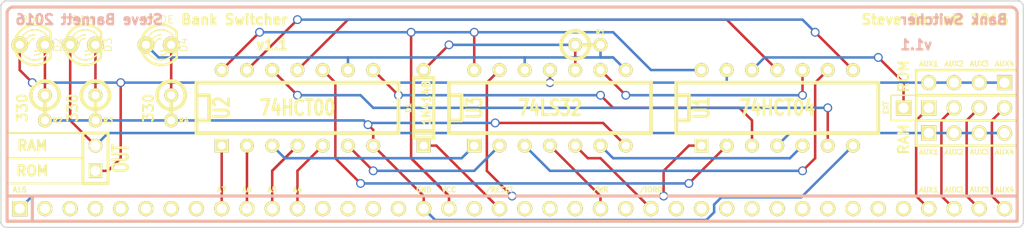
<source format=kicad_pcb>
(kicad_pcb (version 20171130) (host pcbnew "(5.1.12)-1")

  (general
    (thickness 1.6)
    (drawings 54)
    (tracks 179)
    (zones 0)
    (modules 17)
    (nets 33)
  )

  (page A3)
  (layers
    (0 F.Cu signal)
    (31 B.Cu signal)
    (32 B.Adhes user)
    (33 F.Adhes user hide)
    (34 B.Paste user)
    (35 F.Paste user)
    (36 B.SilkS user)
    (37 F.SilkS user)
    (38 B.Mask user)
    (39 F.Mask user)
    (40 Dwgs.User user)
    (41 Cmts.User user)
    (42 Eco1.User user)
    (43 Eco2.User user)
    (44 Edge.Cuts user)
  )

  (setup
    (last_trace_width 0.254)
    (trace_clearance 0.254)
    (zone_clearance 0.508)
    (zone_45_only no)
    (trace_min 0.254)
    (via_size 0.889)
    (via_drill 0.635)
    (via_min_size 0.889)
    (via_min_drill 0.508)
    (uvia_size 0.508)
    (uvia_drill 0.127)
    (uvias_allowed no)
    (uvia_min_size 0.508)
    (uvia_min_drill 0.127)
    (edge_width 0.15)
    (segment_width 0.3048)
    (pcb_text_width 0.3)
    (pcb_text_size 1 1)
    (mod_edge_width 0.3048)
    (mod_text_size 1 1)
    (mod_text_width 0.15)
    (pad_size 1.397 1.397)
    (pad_drill 1.016)
    (pad_to_mask_clearance 0)
    (aux_axis_origin 113.03 82.55)
    (visible_elements 7FFFFFFF)
    (pcbplotparams
      (layerselection 0x00030_ffffffff)
      (usegerberextensions true)
      (usegerberattributes true)
      (usegerberadvancedattributes true)
      (creategerberjobfile true)
      (excludeedgelayer true)
      (linewidth 0.150000)
      (plotframeref false)
      (viasonmask false)
      (mode 1)
      (useauxorigin true)
      (hpglpennumber 1)
      (hpglpenspeed 20)
      (hpglpendiameter 15.000000)
      (psnegative false)
      (psa4output false)
      (plotreference true)
      (plotvalue true)
      (plotinvisibletext false)
      (padsonsilk false)
      (subtractmaskfromsilk false)
      (outputformat 1)
      (mirror false)
      (drillshape 0)
      (scaleselection 1)
      (outputdirectory "v1_0/"))
  )

  (net 0 "")
  (net 1 //IORQ)
  (net 2 //WR)
  (net 3 /A15)
  (net 4 /A4)
  (net 5 /A5)
  (net 6 /A6)
  (net 7 /A7)
  (net 8 /AUX1)
  (net 9 /AUX2)
  (net 10 /AUX3)
  (net 11 /AUX4)
  (net 12 /RAM_A15)
  (net 13 /RESET)
  (net 14 /ROM_A15)
  (net 15 /mode)
  (net 16 GND)
  (net 17 N-0000024)
  (net 18 N-0000025)
  (net 19 N-0000029)
  (net 20 N-0000034)
  (net 21 N-0000035)
  (net 22 N-0000037)
  (net 23 N-0000038)
  (net 24 N-0000039)
  (net 25 N-0000040)
  (net 26 N-0000049)
  (net 27 N-0000054)
  (net 28 N-0000055)
  (net 29 N-0000056)
  (net 30 N-0000057)
  (net 31 N-0000058)
  (net 32 VCC)

  (net_class Default "This is the default net class."
    (clearance 0.254)
    (trace_width 0.254)
    (via_dia 0.889)
    (via_drill 0.635)
    (uvia_dia 0.508)
    (uvia_drill 0.127)
    (add_net //IORQ)
    (add_net //WR)
    (add_net /A15)
    (add_net /A4)
    (add_net /A5)
    (add_net /A6)
    (add_net /A7)
    (add_net /AUX1)
    (add_net /AUX2)
    (add_net /AUX3)
    (add_net /AUX4)
    (add_net /RAM_A15)
    (add_net /RESET)
    (add_net /ROM_A15)
    (add_net /mode)
    (add_net GND)
    (add_net N-0000024)
    (add_net N-0000025)
    (add_net N-0000029)
    (add_net N-0000034)
    (add_net N-0000035)
    (add_net N-0000037)
    (add_net N-0000038)
    (add_net N-0000039)
    (add_net N-0000040)
    (add_net N-0000049)
    (add_net N-0000054)
    (add_net N-0000055)
    (add_net N-0000056)
    (add_net N-0000057)
    (add_net N-0000058)
    (add_net VCC)
  )

  (module SIL-40 (layer F.Cu) (tedit 575EC8C5) (tstamp 575F0AEF)
    (at 137.16 104.14)
    (descr "Connecteur 40 pins")
    (tags "CONN DEV")
    (path /575E8E08)
    (fp_text reference P1 (at 81.28 0 90) (layer F.SilkS) hide
      (effects (font (size 1.72974 1.08712) (thickness 0.27178)))
    )
    (fp_text value BUS (at -25.4 0 90) (layer F.SilkS) hide
      (effects (font (size 1.524 1.016) (thickness 0.254)))
    )
    (fp_line (start -20.32 -1.27) (end -20.32 1.27) (layer F.SilkS) (width 0.3048))
    (fp_line (start -22.86 1.27) (end -22.86 -1.27) (layer F.SilkS) (width 0.3048))
    (fp_line (start 78.74 1.27) (end -22.86 1.27) (layer F.SilkS) (width 0.3048))
    (fp_line (start 78.74 -1.27) (end 78.74 1.27) (layer F.SilkS) (width 0.3048))
    (fp_line (start -22.86 -1.27) (end 78.74 -1.27) (layer F.SilkS) (width 0.3048))
    (pad 1 thru_hole rect (at -21.59 0) (size 1.524 1.524) (drill 1.016) (layers *.Cu *.Mask F.SilkS)
      (net 3 /A15))
    (pad 2 thru_hole circle (at -19.05 0) (size 1.524 1.524) (drill 1.016) (layers *.Cu *.Mask F.SilkS))
    (pad 3 thru_hole circle (at -16.51 0) (size 1.524 1.524) (drill 1.016) (layers *.Cu *.Mask F.SilkS))
    (pad 4 thru_hole circle (at -13.97 0) (size 1.524 1.524) (drill 1.016) (layers *.Cu *.Mask F.SilkS))
    (pad 5 thru_hole circle (at -11.43 0) (size 1.524 1.524) (drill 1.016) (layers *.Cu *.Mask F.SilkS))
    (pad 6 thru_hole circle (at -8.89 0) (size 1.524 1.524) (drill 1.016) (layers *.Cu *.Mask F.SilkS))
    (pad 7 thru_hole circle (at -6.35 0) (size 1.524 1.524) (drill 1.016) (layers *.Cu *.Mask F.SilkS))
    (pad 8 thru_hole circle (at -3.81 0) (size 1.524 1.524) (drill 1.016) (layers *.Cu *.Mask F.SilkS))
    (pad 9 thru_hole circle (at -1.27 0) (size 1.524 1.524) (drill 1.016) (layers *.Cu *.Mask F.SilkS)
      (net 7 /A7))
    (pad 10 thru_hole circle (at 1.27 0) (size 1.524 1.524) (drill 1.016) (layers *.Cu *.Mask F.SilkS)
      (net 6 /A6))
    (pad 11 thru_hole circle (at 3.81 0) (size 1.524 1.524) (drill 1.016) (layers *.Cu *.Mask F.SilkS)
      (net 5 /A5))
    (pad 12 thru_hole circle (at 6.35 0) (size 1.524 1.524) (drill 1.016) (layers *.Cu *.Mask F.SilkS)
      (net 4 /A4))
    (pad 13 thru_hole circle (at 8.89 0) (size 1.524 1.524) (drill 1.016) (layers *.Cu *.Mask F.SilkS))
    (pad 14 thru_hole circle (at 11.43 0) (size 1.524 1.524) (drill 1.016) (layers *.Cu *.Mask F.SilkS))
    (pad 15 thru_hole circle (at 13.97 0) (size 1.524 1.524) (drill 1.016) (layers *.Cu *.Mask F.SilkS))
    (pad 16 thru_hole circle (at 16.51 0) (size 1.524 1.524) (drill 1.016) (layers *.Cu *.Mask F.SilkS))
    (pad 17 thru_hole circle (at 19.05 0) (size 1.524 1.524) (drill 1.016) (layers *.Cu *.Mask F.SilkS)
      (net 16 GND))
    (pad 18 thru_hole circle (at 21.59 0) (size 1.524 1.524) (drill 1.016) (layers *.Cu *.Mask F.SilkS)
      (net 32 VCC))
    (pad 19 thru_hole circle (at 24.13 0) (size 1.524 1.524) (drill 1.016) (layers *.Cu *.Mask F.SilkS))
    (pad 20 thru_hole circle (at 26.67 0) (size 1.524 1.524) (drill 1.016) (layers *.Cu *.Mask F.SilkS)
      (net 13 /RESET))
    (pad 21 thru_hole circle (at 29.21 0) (size 1.524 1.524) (drill 1.016) (layers *.Cu *.Mask F.SilkS))
    (pad 22 thru_hole circle (at 31.75 0) (size 1.524 1.524) (drill 1.016) (layers *.Cu *.Mask F.SilkS))
    (pad 23 thru_hole circle (at 34.29 0) (size 1.524 1.524) (drill 1.016) (layers *.Cu *.Mask F.SilkS))
    (pad 25 thru_hole circle (at 39.37 0) (size 1.524 1.524) (drill 1.016) (layers *.Cu *.Mask F.SilkS))
    (pad 26 thru_hole circle (at 41.91 0) (size 1.524 1.524) (drill 1.016) (layers *.Cu *.Mask F.SilkS)
      (net 1 //IORQ))
    (pad 27 thru_hole circle (at 44.45 0) (size 1.524 1.524) (drill 1.016) (layers *.Cu *.Mask F.SilkS))
    (pad 28 thru_hole circle (at 46.99 0) (size 1.524 1.524) (drill 1.016) (layers *.Cu *.Mask F.SilkS))
    (pad 29 thru_hole circle (at 49.53 0) (size 1.524 1.524) (drill 1.016) (layers *.Cu *.Mask F.SilkS))
    (pad 30 thru_hole circle (at 52.07 0) (size 1.524 1.524) (drill 1.016) (layers *.Cu *.Mask F.SilkS))
    (pad 31 thru_hole circle (at 54.61 0) (size 1.524 1.524) (drill 1.016) (layers *.Cu *.Mask F.SilkS))
    (pad 32 thru_hole circle (at 57.15 0) (size 1.524 1.524) (drill 1.016) (layers *.Cu *.Mask F.SilkS))
    (pad 33 thru_hole circle (at 59.69 0) (size 1.524 1.524) (drill 1.016) (layers *.Cu *.Mask F.SilkS))
    (pad 34 thru_hole circle (at 62.23 0) (size 1.524 1.524) (drill 1.016) (layers *.Cu *.Mask F.SilkS))
    (pad 35 thru_hole circle (at 64.77 0) (size 1.524 1.524) (drill 1.016) (layers *.Cu *.Mask F.SilkS))
    (pad 36 thru_hole circle (at 67.31 0) (size 1.524 1.524) (drill 1.016) (layers *.Cu *.Mask F.SilkS))
    (pad 37 thru_hole circle (at 69.85 0) (size 1.524 1.524) (drill 1.016) (layers *.Cu *.Mask F.SilkS)
      (net 8 /AUX1))
    (pad 38 thru_hole circle (at 72.39 0) (size 1.524 1.524) (drill 1.016) (layers *.Cu *.Mask F.SilkS)
      (net 9 /AUX2))
    (pad 39 thru_hole circle (at 74.93 0) (size 1.524 1.524) (drill 1.016) (layers *.Cu *.Mask F.SilkS)
      (net 10 /AUX3))
    (pad 40 thru_hole circle (at 77.47 0) (size 1.524 1.524) (drill 1.016) (layers *.Cu *.Mask F.SilkS)
      (net 11 /AUX4))
    (pad 24 thru_hole circle (at 36.83 0) (size 1.524 1.524) (drill 1.016) (layers *.Cu *.Mask F.SilkS)
      (net 2 //WR))
  )

  (module SIL-2 (layer F.Cu) (tedit 57743989) (tstamp 575E92EC)
    (at 123.19 99.06 90)
    (descr "Connecteurs 2 pins")
    (tags "CONN DEV")
    (path /575E8DC7)
    (fp_text reference P3 (at 0 5.08 90) (layer F.SilkS) hide
      (effects (font (size 1.72974 1.08712) (thickness 0.27178)))
    )
    (fp_text value OUT (at 0 2.54 90) (layer F.SilkS)
      (effects (font (size 1.524 1.016) (thickness 0.254)))
    )
    (fp_line (start 2.54 1.27) (end -2.54 1.27) (layer F.SilkS) (width 0.3048))
    (fp_line (start 2.54 -1.27) (end 2.54 1.27) (layer F.SilkS) (width 0.3048))
    (fp_line (start -2.54 -1.27) (end 2.54 -1.27) (layer F.SilkS) (width 0.3048))
    (fp_line (start -2.54 1.27) (end -2.54 -1.27) (layer F.SilkS) (width 0.3048))
    (pad 1 thru_hole rect (at -1.27 0 90) (size 1.397 1.397) (drill 1.016) (layers *.Cu *.Mask F.SilkS)
      (net 14 /ROM_A15))
    (pad 2 thru_hole circle (at 1.27 0 90) (size 1.397 1.397) (drill 1.016) (layers *.Cu *.Mask F.SilkS)
      (net 12 /RAM_A15))
  )

  (module DIP-14__300 (layer F.Cu) (tedit 575EA7CD) (tstamp 575E935E)
    (at 191.77 93.98)
    (descr "14 pins DIL package, round pads")
    (tags DIL)
    (path /575E8C5F)
    (fp_text reference U1 (at -7.62 0 90) (layer F.SilkS)
      (effects (font (size 1.524 1.143) (thickness 0.3048)))
    )
    (fp_text value 74HCT04 (at 0 0) (layer F.SilkS)
      (effects (font (size 1.524 1.143) (thickness 0.3048)))
    )
    (fp_line (start 10.16 -2.54) (end 10.16 2.54) (layer F.SilkS) (width 0.381))
    (fp_line (start -8.89 1.27) (end -10.16 1.27) (layer F.SilkS) (width 0.381))
    (fp_line (start -8.89 -1.27) (end -8.89 1.27) (layer F.SilkS) (width 0.381))
    (fp_line (start -10.16 -1.27) (end -8.89 -1.27) (layer F.SilkS) (width 0.381))
    (fp_line (start -10.16 2.54) (end -10.16 -2.54) (layer F.SilkS) (width 0.381))
    (fp_line (start 10.16 2.54) (end -10.16 2.54) (layer F.SilkS) (width 0.381))
    (fp_line (start -10.16 -2.54) (end 10.16 -2.54) (layer F.SilkS) (width 0.381))
    (pad 1 thru_hole rect (at -7.62 3.81) (size 1.397 1.397) (drill 0.812799) (layers *.Cu *.Mask F.SilkS)
      (net 3 /A15))
    (pad 2 thru_hole circle (at -5.08 3.81) (size 1.397 1.397) (drill 0.812799) (layers *.Cu *.Mask F.SilkS)
      (net 27 N-0000054))
    (pad 3 thru_hole circle (at -2.54 3.81) (size 1.397 1.397) (drill 0.812799) (layers *.Cu *.Mask F.SilkS)
      (net 26 N-0000049))
    (pad 4 thru_hole circle (at 0 3.81) (size 1.397 1.397) (drill 0.812799) (layers *.Cu *.Mask F.SilkS)
      (net 12 /RAM_A15))
    (pad 5 thru_hole circle (at 2.54 3.81) (size 1.397 1.397) (drill 0.812799) (layers *.Cu *.Mask F.SilkS)
      (net 28 N-0000055))
    (pad 6 thru_hole circle (at 5.08 3.81) (size 1.397 1.397) (drill 0.812799) (layers *.Cu *.Mask F.SilkS)
      (net 20 N-0000034))
    (pad 7 thru_hole circle (at 7.62 3.81) (size 1.397 1.397) (drill 0.812799) (layers *.Cu *.Mask F.SilkS)
      (net 16 GND))
    (pad 8 thru_hole circle (at 7.62 -3.81) (size 1.397 1.397) (drill 0.812799) (layers *.Cu *.Mask F.SilkS)
      (net 19 N-0000029))
    (pad 9 thru_hole circle (at 5.08 -3.81) (size 1.397 1.397) (drill 0.812799) (layers *.Cu *.Mask F.SilkS)
      (net 30 N-0000057))
    (pad 10 thru_hole circle (at 2.54 -3.81) (size 1.397 1.397) (drill 0.812799) (layers *.Cu *.Mask F.SilkS)
      (net 17 N-0000024))
    (pad 11 thru_hole circle (at 0 -3.81) (size 1.397 1.397) (drill 0.812799) (layers *.Cu *.Mask F.SilkS)
      (net 18 N-0000025))
    (pad 12 thru_hole circle (at -2.54 -3.81) (size 1.397 1.397) (drill 0.812799) (layers *.Cu *.Mask F.SilkS)
      (net 25 N-0000040))
    (pad 13 thru_hole circle (at -5.08 -3.81) (size 1.397 1.397) (drill 0.812799) (layers *.Cu *.Mask F.SilkS)
      (net 14 /ROM_A15))
    (pad 14 thru_hole circle (at -7.62 -3.81) (size 1.397 1.397) (drill 0.812799) (layers *.Cu *.Mask F.SilkS)
      (net 32 VCC))
    (model dil/dil_14.wrl
      (at (xyz 0 0 0))
      (scale (xyz 1 1 1))
      (rotate (xyz 0 0 0))
    )
  )

  (module DIP-14__300 (layer F.Cu) (tedit 575EA7C9) (tstamp 0)
    (at 168.91 93.98)
    (descr "14 pins DIL package, round pads")
    (tags DIL)
    (path /5754A149)
    (fp_text reference U3 (at -7.62 0 90) (layer F.SilkS)
      (effects (font (size 1.524 1.143) (thickness 0.3048)))
    )
    (fp_text value 74LS32 (at 0 0) (layer F.SilkS)
      (effects (font (size 1.524 1.143) (thickness 0.28575)))
    )
    (fp_line (start 10.16 -2.54) (end 10.16 2.54) (layer F.SilkS) (width 0.381))
    (fp_line (start -8.89 1.27) (end -10.16 1.27) (layer F.SilkS) (width 0.381))
    (fp_line (start -8.89 -1.27) (end -8.89 1.27) (layer F.SilkS) (width 0.381))
    (fp_line (start -10.16 -1.27) (end -8.89 -1.27) (layer F.SilkS) (width 0.381))
    (fp_line (start -10.16 2.54) (end -10.16 -2.54) (layer F.SilkS) (width 0.381))
    (fp_line (start 10.16 2.54) (end -10.16 2.54) (layer F.SilkS) (width 0.381))
    (fp_line (start -10.16 -2.54) (end 10.16 -2.54) (layer F.SilkS) (width 0.381))
    (pad 1 thru_hole rect (at -7.62 3.81) (size 1.397 1.397) (drill 0.812799) (layers *.Cu *.Mask F.SilkS)
      (net 29 N-0000056))
    (pad 2 thru_hole circle (at -5.08 3.81) (size 1.397 1.397) (drill 0.812799) (layers *.Cu *.Mask F.SilkS)
      (net 31 N-0000058))
    (pad 3 thru_hole circle (at -2.54 3.81) (size 1.397 1.397) (drill 0.812799) (layers *.Cu *.Mask F.SilkS)
      (net 30 N-0000057))
    (pad 4 thru_hole circle (at 0 3.81) (size 1.397 1.397) (drill 0.812799) (layers *.Cu *.Mask F.SilkS)
      (net 2 //WR))
    (pad 5 thru_hole circle (at 2.54 3.81) (size 1.397 1.397) (drill 0.812799) (layers *.Cu *.Mask F.SilkS)
      (net 1 //IORQ))
    (pad 6 thru_hole circle (at 5.08 3.81) (size 1.397 1.397) (drill 0.812799) (layers *.Cu *.Mask F.SilkS)
      (net 28 N-0000055))
    (pad 7 thru_hole circle (at 7.62 3.81) (size 1.397 1.397) (drill 0.812799) (layers *.Cu *.Mask F.SilkS)
      (net 16 GND))
    (pad 8 thru_hole circle (at 7.62 -3.81) (size 1.397 1.397) (drill 0.812799) (layers *.Cu *.Mask F.SilkS)
      (net 15 /mode))
    (pad 9 thru_hole circle (at 5.08 -3.81) (size 1.397 1.397) (drill 0.812799) (layers *.Cu *.Mask F.SilkS)
      (net 17 N-0000024))
    (pad 10 thru_hole circle (at 2.54 -3.81) (size 1.397 1.397) (drill 0.812799) (layers *.Cu *.Mask F.SilkS)
      (net 21 N-0000035))
    (pad 11 thru_hole circle (at 0 -3.81) (size 1.397 1.397) (drill 0.812799) (layers *.Cu *.Mask F.SilkS)
      (net 14 /ROM_A15))
    (pad 12 thru_hole circle (at -2.54 -3.81) (size 1.397 1.397) (drill 0.812799) (layers *.Cu *.Mask F.SilkS)
      (net 15 /mode))
    (pad 13 thru_hole circle (at -5.08 -3.81) (size 1.397 1.397) (drill 0.812799) (layers *.Cu *.Mask F.SilkS)
      (net 3 /A15))
    (pad 14 thru_hole circle (at -7.62 -3.81) (size 1.397 1.397) (drill 0.812799) (layers *.Cu *.Mask F.SilkS)
      (net 32 VCC))
    (model dil/dil_14.wrl
      (at (xyz 0 0 0))
      (scale (xyz 1 1 1))
      (rotate (xyz 0 0 0))
    )
  )

  (module LED-3MM (layer F.Cu) (tedit 575EB4A9) (tstamp 575EF3D3)
    (at 116.84 87.63)
    (descr "LED 3mm - Lead pitch 100mil (2,54mm)")
    (tags "LED led 3mm 3MM 100mil 2,54mm")
    (path /575ECED4)
    (fp_text reference D2 (at 2.54 0 90) (layer F.SilkS)
      (effects (font (size 0.762 0.762) (thickness 0.0889)))
    )
    (fp_text value ROM (at 0 -2.54) (layer F.SilkS)
      (effects (font (size 0.762 0.762) (thickness 0.0889)))
    )
    (fp_line (start 1.8288 1.27) (end 1.8288 -1.27) (layer F.SilkS) (width 0.254))
    (fp_arc (start 0.254 0) (end -1.27 0) (angle 39.8) (layer F.SilkS) (width 0.1524))
    (fp_arc (start 0.254 0) (end -0.88392 1.01092) (angle 41.6) (layer F.SilkS) (width 0.1524))
    (fp_arc (start 0.254 0) (end 1.4097 -0.9906) (angle 40.6) (layer F.SilkS) (width 0.1524))
    (fp_arc (start 0.254 0) (end 1.778 0) (angle 39.8) (layer F.SilkS) (width 0.1524))
    (fp_arc (start 0.254 0) (end 0.254 -1.524) (angle 54.4) (layer F.SilkS) (width 0.1524))
    (fp_arc (start 0.254 0) (end -0.9652 -0.9144) (angle 53.1) (layer F.SilkS) (width 0.1524))
    (fp_arc (start 0.254 0) (end 1.45542 0.93472) (angle 52.1) (layer F.SilkS) (width 0.1524))
    (fp_arc (start 0.254 0) (end 0.254 1.524) (angle 52.1) (layer F.SilkS) (width 0.1524))
    (fp_arc (start 0.254 0) (end -0.381 0) (angle 90) (layer F.SilkS) (width 0.1524))
    (fp_arc (start 0.254 0) (end -0.762 0) (angle 90) (layer F.SilkS) (width 0.1524))
    (fp_arc (start 0.254 0) (end 0.889 0) (angle 90) (layer F.SilkS) (width 0.1524))
    (fp_arc (start 0.254 0) (end 1.27 0) (angle 90) (layer F.SilkS) (width 0.1524))
    (fp_arc (start 0.254 0) (end 0.254 -2.032) (angle 50.1) (layer F.SilkS) (width 0.254))
    (fp_arc (start 0.254 0) (end -1.5367 -0.95504) (angle 61.9) (layer F.SilkS) (width 0.254))
    (fp_arc (start 0.254 0) (end 1.8034 1.31064) (angle 49.7) (layer F.SilkS) (width 0.254))
    (fp_arc (start 0.254 0) (end 0.254 2.032) (angle 60.2) (layer F.SilkS) (width 0.254))
    (fp_arc (start 0.254 0) (end -1.778 0) (angle 28.3) (layer F.SilkS) (width 0.254))
    (fp_arc (start 0.254 0) (end -1.47574 1.06426) (angle 31.6) (layer F.SilkS) (width 0.254))
    (pad 1 thru_hole circle (at -1.27 0) (size 1.6764 1.6764) (drill 0.812799) (layers *.Cu *.Mask F.SilkS)
      (net 14 /ROM_A15))
    (pad 2 thru_hole circle (at 1.27 0) (size 1.6764 1.6764) (drill 0.812799) (layers *.Cu *.Mask F.SilkS)
      (net 22 N-0000037))
    (model discret/leds/led3_vertical_verde.wrl
      (at (xyz 0 0 0))
      (scale (xyz 1 1 1))
      (rotate (xyz 0 0 0))
    )
  )

  (module LED-3MM (layer F.Cu) (tedit 575EB4A7) (tstamp 575EF3EC)
    (at 121.92 87.63)
    (descr "LED 3mm - Lead pitch 100mil (2,54mm)")
    (tags "LED led 3mm 3MM 100mil 2,54mm")
    (path /575ECEE1)
    (fp_text reference D3 (at 2.54 0 90) (layer F.SilkS)
      (effects (font (size 0.762 0.762) (thickness 0.0889)))
    )
    (fp_text value RAM (at 0 -2.54) (layer F.SilkS)
      (effects (font (size 0.762 0.762) (thickness 0.0889)))
    )
    (fp_line (start 1.8288 1.27) (end 1.8288 -1.27) (layer F.SilkS) (width 0.254))
    (fp_arc (start 0.254 0) (end -1.27 0) (angle 39.8) (layer F.SilkS) (width 0.1524))
    (fp_arc (start 0.254 0) (end -0.88392 1.01092) (angle 41.6) (layer F.SilkS) (width 0.1524))
    (fp_arc (start 0.254 0) (end 1.4097 -0.9906) (angle 40.6) (layer F.SilkS) (width 0.1524))
    (fp_arc (start 0.254 0) (end 1.778 0) (angle 39.8) (layer F.SilkS) (width 0.1524))
    (fp_arc (start 0.254 0) (end 0.254 -1.524) (angle 54.4) (layer F.SilkS) (width 0.1524))
    (fp_arc (start 0.254 0) (end -0.9652 -0.9144) (angle 53.1) (layer F.SilkS) (width 0.1524))
    (fp_arc (start 0.254 0) (end 1.45542 0.93472) (angle 52.1) (layer F.SilkS) (width 0.1524))
    (fp_arc (start 0.254 0) (end 0.254 1.524) (angle 52.1) (layer F.SilkS) (width 0.1524))
    (fp_arc (start 0.254 0) (end -0.381 0) (angle 90) (layer F.SilkS) (width 0.1524))
    (fp_arc (start 0.254 0) (end -0.762 0) (angle 90) (layer F.SilkS) (width 0.1524))
    (fp_arc (start 0.254 0) (end 0.889 0) (angle 90) (layer F.SilkS) (width 0.1524))
    (fp_arc (start 0.254 0) (end 1.27 0) (angle 90) (layer F.SilkS) (width 0.1524))
    (fp_arc (start 0.254 0) (end 0.254 -2.032) (angle 50.1) (layer F.SilkS) (width 0.254))
    (fp_arc (start 0.254 0) (end -1.5367 -0.95504) (angle 61.9) (layer F.SilkS) (width 0.254))
    (fp_arc (start 0.254 0) (end 1.8034 1.31064) (angle 49.7) (layer F.SilkS) (width 0.254))
    (fp_arc (start 0.254 0) (end 0.254 2.032) (angle 60.2) (layer F.SilkS) (width 0.254))
    (fp_arc (start 0.254 0) (end -1.778 0) (angle 28.3) (layer F.SilkS) (width 0.254))
    (fp_arc (start 0.254 0) (end -1.47574 1.06426) (angle 31.6) (layer F.SilkS) (width 0.254))
    (pad 1 thru_hole circle (at -1.27 0) (size 1.6764 1.6764) (drill 0.812799) (layers *.Cu *.Mask F.SilkS)
      (net 12 /RAM_A15))
    (pad 2 thru_hole circle (at 1.27 0) (size 1.6764 1.6764) (drill 0.812799) (layers *.Cu *.Mask F.SilkS)
      (net 24 N-0000039))
    (model discret/leds/led3_vertical_verde.wrl
      (at (xyz 0 0 0))
      (scale (xyz 1 1 1))
      (rotate (xyz 0 0 0))
    )
  )

  (module LED-3MM (layer F.Cu) (tedit 575EB4AB) (tstamp 575EF405)
    (at 129.54 87.63)
    (descr "LED 3mm - Lead pitch 100mil (2,54mm)")
    (tags "LED led 3mm 3MM 100mil 2,54mm")
    (path /575ECEE7)
    (fp_text reference D4 (at 2.54 0 90) (layer F.SilkS)
      (effects (font (size 0.762 0.762) (thickness 0.0889)))
    )
    (fp_text value MODE (at 0 -2.54) (layer F.SilkS)
      (effects (font (size 0.762 0.762) (thickness 0.0889)))
    )
    (fp_line (start 1.8288 1.27) (end 1.8288 -1.27) (layer F.SilkS) (width 0.254))
    (fp_arc (start 0.254 0) (end -1.27 0) (angle 39.8) (layer F.SilkS) (width 0.1524))
    (fp_arc (start 0.254 0) (end -0.88392 1.01092) (angle 41.6) (layer F.SilkS) (width 0.1524))
    (fp_arc (start 0.254 0) (end 1.4097 -0.9906) (angle 40.6) (layer F.SilkS) (width 0.1524))
    (fp_arc (start 0.254 0) (end 1.778 0) (angle 39.8) (layer F.SilkS) (width 0.1524))
    (fp_arc (start 0.254 0) (end 0.254 -1.524) (angle 54.4) (layer F.SilkS) (width 0.1524))
    (fp_arc (start 0.254 0) (end -0.9652 -0.9144) (angle 53.1) (layer F.SilkS) (width 0.1524))
    (fp_arc (start 0.254 0) (end 1.45542 0.93472) (angle 52.1) (layer F.SilkS) (width 0.1524))
    (fp_arc (start 0.254 0) (end 0.254 1.524) (angle 52.1) (layer F.SilkS) (width 0.1524))
    (fp_arc (start 0.254 0) (end -0.381 0) (angle 90) (layer F.SilkS) (width 0.1524))
    (fp_arc (start 0.254 0) (end -0.762 0) (angle 90) (layer F.SilkS) (width 0.1524))
    (fp_arc (start 0.254 0) (end 0.889 0) (angle 90) (layer F.SilkS) (width 0.1524))
    (fp_arc (start 0.254 0) (end 1.27 0) (angle 90) (layer F.SilkS) (width 0.1524))
    (fp_arc (start 0.254 0) (end 0.254 -2.032) (angle 50.1) (layer F.SilkS) (width 0.254))
    (fp_arc (start 0.254 0) (end -1.5367 -0.95504) (angle 61.9) (layer F.SilkS) (width 0.254))
    (fp_arc (start 0.254 0) (end 1.8034 1.31064) (angle 49.7) (layer F.SilkS) (width 0.254))
    (fp_arc (start 0.254 0) (end 0.254 2.032) (angle 60.2) (layer F.SilkS) (width 0.254))
    (fp_arc (start 0.254 0) (end -1.778 0) (angle 28.3) (layer F.SilkS) (width 0.254))
    (fp_arc (start 0.254 0) (end -1.47574 1.06426) (angle 31.6) (layer F.SilkS) (width 0.254))
    (pad 1 thru_hole circle (at -1.27 0) (size 1.6764 1.6764) (drill 0.812799) (layers *.Cu *.Mask F.SilkS)
      (net 15 /mode))
    (pad 2 thru_hole circle (at 1.27 0) (size 1.6764 1.6764) (drill 0.812799) (layers *.Cu *.Mask F.SilkS)
      (net 23 N-0000038))
    (model discret/leds/led3_vertical_verde.wrl
      (at (xyz 0 0 0))
      (scale (xyz 1 1 1))
      (rotate (xyz 0 0 0))
    )
  )

  (module D3 (layer F.Cu) (tedit 575EB650) (tstamp 575E939E)
    (at 156.21 93.98 270)
    (descr "Diode 3 pas")
    (tags "DIODE DEV")
    (path /575E9745)
    (fp_text reference D1 (at 0 1.524 270) (layer F.SilkS)
      (effects (font (size 0.5 0.5) (thickness 0.125)))
    )
    (fp_text value 1N4148 (at -0.508 -0.254 270) (layer F.SilkS)
      (effects (font (size 0.786 0.768) (thickness 0.192)))
    )
    (fp_line (start 2.286 1.016) (end 2.286 -1.016) (layer F.SilkS) (width 0.3048))
    (fp_line (start 2.54 -1.016) (end 2.54 1.016) (layer F.SilkS) (width 0.3048))
    (fp_line (start 3.048 1.016) (end 3.048 0) (layer F.SilkS) (width 0.3048))
    (fp_line (start -3.048 1.016) (end 3.048 1.016) (layer F.SilkS) (width 0.3048))
    (fp_line (start -3.048 0) (end -3.048 1.016) (layer F.SilkS) (width 0.3048))
    (fp_line (start -3.048 0) (end -3.81 0) (layer F.SilkS) (width 0.3048))
    (fp_line (start -3.048 -1.016) (end -3.048 0) (layer F.SilkS) (width 0.3048))
    (fp_line (start 3.048 -1.016) (end -3.048 -1.016) (layer F.SilkS) (width 0.3048))
    (fp_line (start 3.048 0) (end 3.048 -1.016) (layer F.SilkS) (width 0.3048))
    (fp_line (start 3.81 0) (end 3.048 0) (layer F.SilkS) (width 0.3048))
    (pad 2 thru_hole rect (at 3.81 0 270) (size 1.397 1.397) (drill 0.812799) (layers *.Cu *.Mask F.SilkS)
      (net 13 /RESET))
    (pad 1 thru_hole circle (at -3.81 0 270) (size 1.397 1.397) (drill 0.812799) (layers *.Cu *.Mask F.SilkS)
      (net 21 N-0000035))
    (model discret/diode.wrl
      (at (xyz 0 0 0))
      (scale (xyz 0.3 0.3 0.3))
      (rotate (xyz 0 0 0))
    )
  )

  (module R1 (layer F.Cu) (tedit 575EB516) (tstamp 575E930C)
    (at 172.72 87.63)
    (descr "Resistance verticale")
    (tags R)
    (path /575E9960)
    (autoplace_cost90 10)
    (autoplace_cost180 10)
    (fp_text reference R1 (at 1.27 -1.27) (layer F.SilkS)
      (effects (font (size 0.5 0.5) (thickness 0.125)))
    )
    (fp_text value 1K2 (at -3.556 0 90) (layer F.SilkS) hide
      (effects (font (size 1 1) (thickness 0.2032)))
    )
    (fp_circle (center -1.27 0) (end -0.635 1.27) (layer F.SilkS) (width 0.381))
    (fp_line (start -1.27 0) (end 1.27 0) (layer F.SilkS) (width 0.381))
    (pad 1 thru_hole circle (at -1.27 0) (size 1.397 1.397) (drill 0.812799) (layers *.Cu *.Mask F.SilkS)
      (net 21 N-0000035))
    (pad 2 thru_hole circle (at 1.27 0) (size 1.397 1.397) (drill 0.812799) (layers *.Cu *.Mask F.SilkS)
      (net 15 /mode))
    (model discret/verti_resistor.wrl
      (at (xyz 0 0 0))
      (scale (xyz 1 1 1))
      (rotate (xyz 0 0 0))
    )
  )

  (module R1 (layer F.Cu) (tedit 575EB490) (tstamp 575EF39E)
    (at 118.11 93.98 270)
    (descr "Resistance verticale")
    (tags R)
    (path /575ED1CD)
    (autoplace_cost90 10)
    (autoplace_cost180 10)
    (fp_text reference R2 (at 1.27 -1.27) (layer F.SilkS)
      (effects (font (size 0.5 0.5) (thickness 0.125)))
    )
    (fp_text value 330 (at 0 2.286 270) (layer F.SilkS)
      (effects (font (size 1 1) (thickness 0.2032)))
    )
    (fp_circle (center -1.27 0) (end -0.635 1.27) (layer F.SilkS) (width 0.381))
    (fp_line (start -1.27 0) (end 1.27 0) (layer F.SilkS) (width 0.381))
    (pad 1 thru_hole circle (at -1.27 0 270) (size 1.397 1.397) (drill 0.812799) (layers *.Cu *.Mask F.SilkS)
      (net 22 N-0000037))
    (pad 2 thru_hole circle (at 1.27 0 270) (size 1.397 1.397) (drill 0.812799) (layers *.Cu *.Mask F.SilkS)
      (net 16 GND))
    (model discret/verti_resistor.wrl
      (at (xyz 0 0 0))
      (scale (xyz 1 1 1))
      (rotate (xyz 0 0 0))
    )
  )

  (module R1 (layer F.Cu) (tedit 575EB493) (tstamp 575EF3AC)
    (at 123.19 93.98 270)
    (descr "Resistance verticale")
    (tags R)
    (path /575ED1DA)
    (autoplace_cost90 10)
    (autoplace_cost180 10)
    (fp_text reference R3 (at 1.27 -1.27) (layer F.SilkS)
      (effects (font (size 0.5 0.5) (thickness 0.125)))
    )
    (fp_text value 330 (at 0 2.286 270) (layer F.SilkS)
      (effects (font (size 1 1) (thickness 0.2032)))
    )
    (fp_circle (center -1.27 0) (end -0.635 1.27) (layer F.SilkS) (width 0.381))
    (fp_line (start -1.27 0) (end 1.27 0) (layer F.SilkS) (width 0.381))
    (pad 1 thru_hole circle (at -1.27 0 270) (size 1.397 1.397) (drill 0.812799) (layers *.Cu *.Mask F.SilkS)
      (net 24 N-0000039))
    (pad 2 thru_hole circle (at 1.27 0 270) (size 1.397 1.397) (drill 0.812799) (layers *.Cu *.Mask F.SilkS)
      (net 16 GND))
    (model discret/verti_resistor.wrl
      (at (xyz 0 0 0))
      (scale (xyz 1 1 1))
      (rotate (xyz 0 0 0))
    )
  )

  (module R1 (layer F.Cu) (tedit 575EB497) (tstamp 575F08A0)
    (at 130.81 93.98 270)
    (descr "Resistance verticale")
    (tags R)
    (path /575ED1E0)
    (autoplace_cost90 10)
    (autoplace_cost180 10)
    (fp_text reference R4 (at 1.27 -1.27) (layer F.SilkS)
      (effects (font (size 0.5 0.5) (thickness 0.125)))
    )
    (fp_text value 330 (at 0 2.286 270) (layer F.SilkS)
      (effects (font (size 1 1) (thickness 0.2032)))
    )
    (fp_circle (center -1.27 0) (end -0.635 1.27) (layer F.SilkS) (width 0.381))
    (fp_line (start -1.27 0) (end 1.27 0) (layer F.SilkS) (width 0.381))
    (pad 1 thru_hole circle (at -1.27 0 270) (size 1.397 1.397) (drill 0.812799) (layers *.Cu *.Mask F.SilkS)
      (net 23 N-0000038))
    (pad 2 thru_hole circle (at 1.27 0 270) (size 1.397 1.397) (drill 0.812799) (layers *.Cu *.Mask F.SilkS)
      (net 16 GND))
    (model discret/verti_resistor.wrl
      (at (xyz 0 0 0))
      (scale (xyz 1 1 1))
      (rotate (xyz 0 0 0))
    )
  )

  (module PIN_ARRAY_4x1 (layer F.Cu) (tedit 575EB427) (tstamp 575F0146)
    (at 210.82 91.44 180)
    (descr "Double rangee de contacts 2 x 5 pins")
    (tags CONN)
    (path /575ED8DB)
    (fp_text reference P2 (at -7.62 0 270) (layer F.SilkS) hide
      (effects (font (size 1.016 1.016) (thickness 0.2032)))
    )
    (fp_text value ROM (at 6.35 0.635 270) (layer F.SilkS)
      (effects (font (size 1.016 1.016) (thickness 0.2032)))
    )
    (fp_line (start 5.08 1.27) (end 5.08 -1.27) (layer F.SilkS) (width 0.254))
    (fp_line (start -5.08 -1.27) (end -5.08 1.27) (layer F.SilkS) (width 0.254))
    (fp_line (start 5.08 -1.27) (end -5.08 -1.27) (layer F.SilkS) (width 0.254))
    (fp_line (start 5.08 1.27) (end -5.08 1.27) (layer F.SilkS) (width 0.254))
    (pad 1 thru_hole rect (at -3.81 0 180) (size 1.524 1.524) (drill 1.016) (layers *.Cu *.Mask F.SilkS)
      (net 14 /ROM_A15))
    (pad 2 thru_hole circle (at -1.27 0 180) (size 1.524 1.524) (drill 1.016) (layers *.Cu *.Mask F.SilkS)
      (net 14 /ROM_A15))
    (pad 3 thru_hole circle (at 1.27 0 180) (size 1.524 1.524) (drill 1.016) (layers *.Cu *.Mask F.SilkS)
      (net 14 /ROM_A15))
    (pad 4 thru_hole circle (at 3.81 0 180) (size 1.524 1.524) (drill 1.016) (layers *.Cu *.Mask F.SilkS)
      (net 14 /ROM_A15))
    (model pin_array\pins_array_4x1.wrl
      (at (xyz 0 0 0))
      (scale (xyz 1 1 1))
      (rotate (xyz 0 0 0))
    )
  )

  (module PIN_ARRAY_4x1 (layer F.Cu) (tedit 575EB42A) (tstamp 575E931C)
    (at 210.82 96.52)
    (descr "Double rangee de contacts 2 x 5 pins")
    (tags CONN)
    (path /575ED8F2)
    (fp_text reference P4 (at 7.62 0 90) (layer F.SilkS) hide
      (effects (font (size 1.016 1.016) (thickness 0.2032)))
    )
    (fp_text value RAM (at -6.35 0.635 90) (layer F.SilkS)
      (effects (font (size 1.016 1.016) (thickness 0.2032)))
    )
    (fp_line (start 5.08 1.27) (end 5.08 -1.27) (layer F.SilkS) (width 0.254))
    (fp_line (start -5.08 -1.27) (end -5.08 1.27) (layer F.SilkS) (width 0.254))
    (fp_line (start 5.08 -1.27) (end -5.08 -1.27) (layer F.SilkS) (width 0.254))
    (fp_line (start 5.08 1.27) (end -5.08 1.27) (layer F.SilkS) (width 0.254))
    (pad 1 thru_hole rect (at -3.81 0) (size 1.524 1.524) (drill 1.016) (layers *.Cu *.Mask F.SilkS)
      (net 12 /RAM_A15))
    (pad 2 thru_hole circle (at -1.27 0) (size 1.524 1.524) (drill 1.016) (layers *.Cu *.Mask F.SilkS)
      (net 12 /RAM_A15))
    (pad 3 thru_hole circle (at 1.27 0) (size 1.524 1.524) (drill 1.016) (layers *.Cu *.Mask F.SilkS)
      (net 12 /RAM_A15))
    (pad 4 thru_hole circle (at 3.81 0) (size 1.524 1.524) (drill 1.016) (layers *.Cu *.Mask F.SilkS)
      (net 12 /RAM_A15))
    (model pin_array\pins_array_4x1.wrl
      (at (xyz 0 0 0))
      (scale (xyz 1 1 1))
      (rotate (xyz 0 0 0))
    )
  )

  (module PIN_ARRAY_4x1 (layer F.Cu) (tedit 575EBAD5) (tstamp 575E932C)
    (at 210.82 93.98)
    (descr "Double rangee de contacts 2 x 5 pins")
    (tags CONN)
    (path /575ED8F8)
    (fp_text reference P5 (at 7.62 0 90) (layer F.SilkS) hide
      (effects (font (size 1.016 1.016) (thickness 0.2032)))
    )
    (fp_text value AUX (at 8.89 0 90) (layer F.SilkS) hide
      (effects (font (size 1.016 1.016) (thickness 0.2032)))
    )
    (fp_line (start 5.08 1.27) (end 5.08 -1.27) (layer F.SilkS) (width 0.254))
    (fp_line (start -5.08 -1.27) (end -5.08 1.27) (layer F.SilkS) (width 0.254))
    (fp_line (start 5.08 -1.27) (end -5.08 -1.27) (layer F.SilkS) (width 0.254))
    (fp_line (start 5.08 1.27) (end -5.08 1.27) (layer F.SilkS) (width 0.254))
    (pad 1 thru_hole rect (at -3.81 0) (size 1.524 1.524) (drill 1.016) (layers *.Cu *.Mask F.SilkS)
      (net 8 /AUX1))
    (pad 2 thru_hole circle (at -1.27 0) (size 1.524 1.524) (drill 1.016) (layers *.Cu *.Mask F.SilkS)
      (net 9 /AUX2))
    (pad 3 thru_hole circle (at 1.27 0) (size 1.524 1.524) (drill 1.016) (layers *.Cu *.Mask F.SilkS)
      (net 10 /AUX3))
    (pad 4 thru_hole circle (at 3.81 0) (size 1.524 1.524) (drill 1.016) (layers *.Cu *.Mask F.SilkS)
      (net 11 /AUX4))
    (model pin_array\pins_array_4x1.wrl
      (at (xyz 0 0 0))
      (scale (xyz 1 1 1))
      (rotate (xyz 0 0 0))
    )
  )

  (module PIN_ARRAY_1 (layer F.Cu) (tedit 575EB63F) (tstamp 575F0D75)
    (at 204.47 93.98)
    (descr "1 pin")
    (tags "CONN DEV")
    (path /575EE16D)
    (fp_text reference P6 (at -3.175 0 90) (layer F.SilkS) hide
      (effects (font (size 0.762 0.762) (thickness 0.1524)))
    )
    (fp_text value EXT (at -1.778 0 90) (layer F.SilkS)
      (effects (font (size 0.5 0.5) (thickness 0.125)))
    )
    (fp_line (start 1.27 -1.27) (end 1.27 1.27) (layer F.SilkS) (width 0.1524))
    (fp_line (start -1.27 1.27) (end -1.27 -1.27) (layer F.SilkS) (width 0.1524))
    (fp_line (start -1.27 -1.27) (end 1.27 -1.27) (layer F.SilkS) (width 0.1524))
    (fp_line (start 1.27 1.27) (end -1.27 1.27) (layer F.SilkS) (width 0.1524))
    (pad 1 thru_hole rect (at 0 0) (size 1.524 1.524) (drill 1.016) (layers *.Cu *.Mask F.SilkS)
      (net 25 N-0000040))
    (model pin_array\pin_1.wrl
      (at (xyz 0 0 0))
      (scale (xyz 1 1 1))
      (rotate (xyz 0 0 0))
    )
  )

  (module DIP-14__300 (layer F.Cu) (tedit 575EC2A8) (tstamp 575EC2AC)
    (at 143.51 93.98)
    (descr "14 pins DIL package, round pads")
    (tags DIL)
    (path /575E8C9F)
    (fp_text reference U2 (at -7.62 0 90) (layer F.SilkS)
      (effects (font (size 1.524 1.143) (thickness 0.3048)))
    )
    (fp_text value 74HCT00 (at 0 0) (layer F.SilkS)
      (effects (font (size 1.524 1.143) (thickness 0.3048)))
    )
    (fp_line (start 10.16 -2.54) (end 10.16 2.54) (layer F.SilkS) (width 0.381))
    (fp_line (start -8.89 1.27) (end -10.16 1.27) (layer F.SilkS) (width 0.381))
    (fp_line (start -8.89 -1.27) (end -8.89 1.27) (layer F.SilkS) (width 0.381))
    (fp_line (start -10.16 -1.27) (end -8.89 -1.27) (layer F.SilkS) (width 0.381))
    (fp_line (start -10.16 2.54) (end -10.16 -2.54) (layer F.SilkS) (width 0.381))
    (fp_line (start 10.16 2.54) (end -10.16 2.54) (layer F.SilkS) (width 0.381))
    (fp_line (start -10.16 -2.54) (end 10.16 -2.54) (layer F.SilkS) (width 0.381))
    (pad 1 thru_hole rect (at -7.62 3.81) (size 1.397 1.397) (drill 0.812799) (layers *.Cu *.Mask F.SilkS)
      (net 7 /A7))
    (pad 2 thru_hole circle (at -5.08 3.81) (size 1.397 1.397) (drill 0.812799) (layers *.Cu *.Mask F.SilkS)
      (net 6 /A6))
    (pad 3 thru_hole circle (at -2.54 3.81) (size 1.397 1.397) (drill 0.812799) (layers *.Cu *.Mask F.SilkS)
      (net 29 N-0000056))
    (pad 4 thru_hole circle (at 0 3.81) (size 1.397 1.397) (drill 0.812799) (layers *.Cu *.Mask F.SilkS)
      (net 5 /A5))
    (pad 5 thru_hole circle (at 2.54 3.81) (size 1.397 1.397) (drill 0.812799) (layers *.Cu *.Mask F.SilkS)
      (net 4 /A4))
    (pad 6 thru_hole circle (at 5.08 3.81) (size 1.397 1.397) (drill 0.812799) (layers *.Cu *.Mask F.SilkS)
      (net 31 N-0000058))
    (pad 7 thru_hole circle (at 7.62 3.81) (size 1.397 1.397) (drill 0.812799) (layers *.Cu *.Mask F.SilkS)
      (net 16 GND))
    (pad 8 thru_hole circle (at 7.62 -3.81) (size 1.397 1.397) (drill 0.812799) (layers *.Cu *.Mask F.SilkS)
      (net 26 N-0000049))
    (pad 9 thru_hole circle (at 5.08 -3.81) (size 1.397 1.397) (drill 0.812799) (layers *.Cu *.Mask F.SilkS)
      (net 15 /mode))
    (pad 10 thru_hole circle (at 2.54 -3.81) (size 1.397 1.397) (drill 0.812799) (layers *.Cu *.Mask F.SilkS)
      (net 27 N-0000054))
    (pad 11 thru_hole circle (at 0 -3.81) (size 1.397 1.397) (drill 0.812799) (layers *.Cu *.Mask F.SilkS)
      (net 18 N-0000025))
    (pad 12 thru_hole circle (at -2.54 -3.81) (size 1.397 1.397) (drill 0.812799) (layers *.Cu *.Mask F.SilkS)
      (net 20 N-0000034))
    (pad 13 thru_hole circle (at -5.08 -3.81) (size 1.397 1.397) (drill 0.812799) (layers *.Cu *.Mask F.SilkS)
      (net 19 N-0000029))
    (pad 14 thru_hole circle (at -7.62 -3.81) (size 1.397 1.397) (drill 0.812799) (layers *.Cu *.Mask F.SilkS)
      (net 32 VCC))
    (model dil/dil_14.wrl
      (at (xyz 0 0 0))
      (scale (xyz 1 1 1))
      (rotate (xyz 0 0 0))
    )
  )

  (gr_arc (start 215.265 84.455) (end 215.265 83.82) (angle 90) (layer B.SilkS) (width 0.3048))
  (gr_arc (start 114.935 84.455) (end 114.3 84.455) (angle 90) (layer B.SilkS) (width 0.3048))
  (gr_arc (start 215.265 84.455) (end 215.265 83.82) (angle 90) (layer F.SilkS) (width 0.3048))
  (gr_arc (start 114.935 84.455) (end 114.3 84.455) (angle 90) (layer F.SilkS) (width 0.3048))
  (gr_arc (start 114.3 105.41) (end 114.3 106.045) (angle 90) (layer Edge.Cuts) (width 0.15))
  (gr_arc (start 114.3 83.82) (end 113.665 83.82) (angle 90) (layer Edge.Cuts) (width 0.15))
  (gr_arc (start 215.9 83.82) (end 215.9 83.185) (angle 90) (layer Edge.Cuts) (width 0.15))
  (gr_arc (start 215.9 105.41) (end 216.535 105.41) (angle 90) (layer Edge.Cuts) (width 0.15))
  (gr_line (start 116.84 102.87) (end 116.84 105.41) (angle 90) (layer B.SilkS) (width 0.3048))
  (gr_line (start 114.3 102.87) (end 215.9 102.87) (angle 90) (layer B.SilkS) (width 0.3048))
  (gr_line (start 215.9 105.41) (end 114.3 105.41) (angle 90) (layer B.SilkS) (width 0.3048))
  (gr_line (start 215.9 84.455) (end 215.9 105.41) (angle 90) (layer B.SilkS) (width 0.3048))
  (gr_line (start 114.935 83.82) (end 215.265 83.82) (angle 90) (layer B.SilkS) (width 0.3048))
  (gr_line (start 114.3 105.41) (end 114.3 84.455) (angle 90) (layer B.SilkS) (width 0.3048))
  (gr_line (start 121.92 99.06) (end 114.3 99.06) (angle 90) (layer F.SilkS) (width 0.2))
  (gr_line (start 121.92 101.6) (end 114.3 101.6) (angle 90) (layer F.SilkS) (width 0.2))
  (gr_line (start 121.92 96.52) (end 114.3 96.52) (angle 90) (layer F.SilkS) (width 0.2))
  (gr_line (start 114.3 84.455) (end 114.3 102.87) (angle 90) (layer F.SilkS) (width 0.3048))
  (gr_line (start 215.265 83.82) (end 114.935 83.82) (angle 90) (layer F.SilkS) (width 0.3048))
  (gr_line (start 215.9 102.87) (end 215.9 84.455) (angle 90) (layer F.SilkS) (width 0.3048))
  (gr_line (start 114.3 106.045) (end 215.9 106.045) (angle 90) (layer Edge.Cuts) (width 0.15))
  (gr_line (start 113.665 83.82) (end 113.665 105.41) (angle 90) (layer Edge.Cuts) (width 0.15))
  (gr_line (start 215.9 83.185) (end 114.3 83.185) (angle 90) (layer Edge.Cuts) (width 0.15))
  (gr_line (start 216.535 105.41) (end 216.535 83.82) (angle 90) (layer Edge.Cuts) (width 0.15))
  (gr_text AUX1 (at 207.01 102.235) (layer F.SilkS) (tstamp 575F1A12)
    (effects (font (size 0.5 0.5) (thickness 0.125)))
  )
  (gr_text AUX2 (at 209.55 102.235) (layer F.SilkS) (tstamp 575F1A11)
    (effects (font (size 0.5 0.5) (thickness 0.125)))
  )
  (gr_text AUX3 (at 212.09 102.235) (layer F.SilkS) (tstamp 575F1A10)
    (effects (font (size 0.5 0.5) (thickness 0.125)))
  )
  (gr_text AUX4 (at 214.63 102.235) (layer F.SilkS) (tstamp 575F1A0F)
    (effects (font (size 0.5 0.5) (thickness 0.125)))
  )
  (gr_text AUX1 (at 207.01 98.425) (layer F.SilkS) (tstamp 575F1A0E)
    (effects (font (size 0.5 0.5) (thickness 0.125)))
  )
  (gr_text AUX2 (at 209.55 98.425) (layer F.SilkS) (tstamp 575F1A0D)
    (effects (font (size 0.5 0.5) (thickness 0.125)))
  )
  (gr_text AUX3 (at 212.09 98.425) (layer F.SilkS) (tstamp 575F1A0C)
    (effects (font (size 0.5 0.5) (thickness 0.125)))
  )
  (gr_text AUX4 (at 214.63 98.425) (layer F.SilkS) (tstamp 575F1A0B)
    (effects (font (size 0.5 0.5) (thickness 0.125)))
  )
  (gr_text "Steve Barnett 2016" (at 122.555 85.09) (layer B.SilkS)
    (effects (font (size 1 1) (thickness 0.25)) (justify mirror))
  )
  (gr_text v1.1 (at 205.74 87.63) (layer B.SilkS)
    (effects (font (size 1 1) (thickness 0.25)) (justify mirror))
  )
  (gr_text "Bank Switcher" (at 209.55 85.09) (layer B.SilkS)
    (effects (font (size 1 1) (thickness 0.25)) (justify mirror))
  )
  (gr_text /IORQ (at 179.07 102.235) (layer F.SilkS)
    (effects (font (size 0.5 0.5) (thickness 0.125)))
  )
  (gr_text /WR (at 173.99 102.235) (layer F.SilkS)
    (effects (font (size 0.5 0.5) (thickness 0.125)))
  )
  (gr_text /RESET (at 163.83 102.235) (layer F.SilkS)
    (effects (font (size 0.5 0.5) (thickness 0.125)))
  )
  (gr_text VCC (at 158.75 102.235) (layer F.SilkS)
    (effects (font (size 0.5 0.5) (thickness 0.125)))
  )
  (gr_text GND (at 156.21 102.235) (layer F.SilkS)
    (effects (font (size 0.5 0.5) (thickness 0.125)))
  )
  (gr_text A4 (at 143.51 102.235) (layer F.SilkS)
    (effects (font (size 0.5 0.5) (thickness 0.125)))
  )
  (gr_text A5 (at 140.97 102.235) (layer F.SilkS)
    (effects (font (size 0.5 0.5) (thickness 0.125)))
  )
  (gr_text A6 (at 138.43 102.235) (layer F.SilkS)
    (effects (font (size 0.5 0.5) (thickness 0.125)))
  )
  (gr_text A7 (at 135.89 102.235) (layer F.SilkS)
    (effects (font (size 0.5 0.5) (thickness 0.125)))
  )
  (gr_text v1.1 (at 140.97 87.63) (layer F.SilkS)
    (effects (font (size 1 1) (thickness 0.25)))
  )
  (gr_text "Steve Barnett 2016" (at 207.645 85.09) (layer F.SilkS)
    (effects (font (size 1 1) (thickness 0.25)))
  )
  (gr_text "Bank Switcher" (at 137.16 85.09) (layer F.SilkS)
    (effects (font (size 1 1) (thickness 0.25)))
  )
  (gr_text A15 (at 115.57 102.235) (layer F.SilkS)
    (effects (font (size 0.5 0.5) (thickness 0.125)))
  )
  (gr_text RAM (at 116.84 97.79) (layer F.SilkS)
    (effects (font (size 1 1) (thickness 0.25)))
  )
  (gr_text ROM (at 116.84 100.33) (layer F.SilkS)
    (effects (font (size 1 1) (thickness 0.25)))
  )
  (gr_text AUX4 (at 214.63 89.535) (layer F.SilkS)
    (effects (font (size 0.5 0.5) (thickness 0.125)))
  )
  (gr_text AUX3 (at 212.09 89.535) (layer F.SilkS)
    (effects (font (size 0.5 0.5) (thickness 0.125)))
  )
  (gr_text AUX2 (at 209.55 89.535) (layer F.SilkS)
    (effects (font (size 0.5 0.5) (thickness 0.125)))
  )
  (gr_text AUX1 (at 207.01 89.535) (layer F.SilkS)
    (effects (font (size 0.5 0.5) (thickness 0.125)))
  )

  (segment (start 179.07 104.14) (end 173.99 99.06) (width 0.254) (layer F.Cu) (net 1))
  (segment (start 173.99 99.06) (end 172.72 99.06) (width 0.254) (layer F.Cu) (net 1))
  (segment (start 172.72 99.06) (end 171.45 97.79) (width 0.254) (layer F.Cu) (net 1))
  (segment (start 168.91 97.79) (end 173.99 102.87) (width 0.254) (layer F.Cu) (net 2))
  (segment (start 173.99 102.87) (end 173.99 104.14) (width 0.254) (layer F.Cu) (net 2))
  (segment (start 177.8 102.87) (end 165.1 102.87) (width 0.254) (layer B.Cu) (net 3))
  (segment (start 179.07 102.87) (end 177.8 102.87) (width 0.254) (layer B.Cu) (net 3))
  (segment (start 177.8 102.87) (end 165.1 102.87) (width 0.254) (layer B.Cu) (net 3))
  (segment (start 179.07 102.87) (end 177.8 102.87) (width 0.254) (layer B.Cu) (net 3))
  (segment (start 179.07 102.87) (end 177.8 102.87) (width 0.254) (layer B.Cu) (net 3))
  (segment (start 180.34 102.87) (end 179.07 102.87) (width 0.254) (layer B.Cu) (net 3))
  (segment (start 165.1 102.87) (end 116.84 102.87) (width 0.254) (layer B.Cu) (net 3))
  (segment (start 116.84 102.87) (end 115.57 104.14) (width 0.254) (layer B.Cu) (net 3))
  (segment (start 165.1 102.87) (end 162.56 100.33) (width 0.254) (layer F.Cu) (net 3))
  (segment (start 162.56 100.33) (end 162.56 91.44) (width 0.254) (layer F.Cu) (net 3))
  (segment (start 162.56 91.44) (end 163.83 90.17) (width 0.254) (layer F.Cu) (net 3))
  (segment (start 184.15 97.79) (end 182.88 97.79) (width 0.254) (layer F.Cu) (net 3))
  (segment (start 182.88 97.79) (end 180.34 100.33) (width 0.254) (layer F.Cu) (net 3))
  (segment (start 180.34 100.33) (end 180.34 102.87) (width 0.254) (layer F.Cu) (net 3))
  (via (at 165.1 102.87) (size 0.889) (layers F.Cu B.Cu) (net 3))
  (via (at 180.34 102.87) (size 0.889) (layers F.Cu B.Cu) (net 3))
  (segment (start 143.51 104.14) (end 143.51 100.33) (width 0.254) (layer F.Cu) (net 4))
  (segment (start 143.51 100.33) (end 146.05 97.79) (width 0.254) (layer F.Cu) (net 4))
  (segment (start 140.97 100.33) (end 143.51 97.79) (width 0.254) (layer F.Cu) (net 5))
  (segment (start 140.97 104.14) (end 140.97 100.33) (width 0.254) (layer F.Cu) (net 5))
  (segment (start 140.97 100.33) (end 143.51 97.79) (width 0.254) (layer F.Cu) (net 5))
  (segment (start 138.43 104.14) (end 138.43 97.79) (width 0.254) (layer F.Cu) (net 6))
  (segment (start 135.89 97.79) (end 135.89 104.14) (width 0.254) (layer F.Cu) (net 7))
  (segment (start 207.01 93.98) (end 205.74 95.25) (width 0.254) (layer F.Cu) (net 8))
  (segment (start 205.74 95.25) (end 205.74 102.87) (width 0.254) (layer F.Cu) (net 8))
  (segment (start 205.74 102.87) (end 207.01 104.14) (width 0.254) (layer F.Cu) (net 8))
  (segment (start 209.55 93.98) (end 208.28 95.25) (width 0.254) (layer F.Cu) (net 9))
  (segment (start 208.28 95.25) (end 208.28 102.87) (width 0.254) (layer F.Cu) (net 9))
  (segment (start 208.28 102.87) (end 209.55 104.14) (width 0.254) (layer F.Cu) (net 9))
  (segment (start 212.09 93.98) (end 210.82 95.25) (width 0.254) (layer F.Cu) (net 10))
  (segment (start 210.82 95.25) (end 210.82 102.87) (width 0.254) (layer F.Cu) (net 10))
  (segment (start 210.82 102.87) (end 212.09 104.14) (width 0.254) (layer F.Cu) (net 10))
  (segment (start 214.63 93.98) (end 213.36 95.25) (width 0.254) (layer F.Cu) (net 11))
  (segment (start 213.36 95.25) (end 213.36 102.87) (width 0.254) (layer F.Cu) (net 11))
  (segment (start 213.36 102.87) (end 214.63 104.14) (width 0.254) (layer F.Cu) (net 11))
  (segment (start 209.55 96.52) (end 207.01 96.52) (width 0.254) (layer B.Cu) (net 12))
  (segment (start 212.09 96.52) (end 209.55 96.52) (width 0.254) (layer B.Cu) (net 12))
  (segment (start 193.04 96.52) (end 191.77 97.79) (width 0.254) (layer B.Cu) (net 12))
  (segment (start 207.01 96.52) (end 193.04 96.52) (width 0.254) (layer B.Cu) (net 12))
  (segment (start 214.63 96.52) (end 212.09 96.52) (width 0.254) (layer B.Cu) (net 12))
  (segment (start 193.04 96.52) (end 124.46 96.52) (width 0.254) (layer B.Cu) (net 12))
  (segment (start 124.46 96.52) (end 123.19 97.79) (width 0.254) (layer B.Cu) (net 12))
  (segment (start 120.65 87.63) (end 120.65 95.25) (width 0.254) (layer F.Cu) (net 12))
  (segment (start 120.65 95.25) (end 123.19 97.79) (width 0.254) (layer F.Cu) (net 12))
  (segment (start 156.21 97.79) (end 157.48 97.79) (width 0.254) (layer F.Cu) (net 13))
  (segment (start 157.48 97.79) (end 163.83 104.14) (width 0.254) (layer F.Cu) (net 13))
  (segment (start 212.09 91.44) (end 209.55 91.44) (width 0.254) (layer B.Cu) (net 14))
  (segment (start 214.63 91.44) (end 212.09 91.44) (width 0.254) (layer B.Cu) (net 14))
  (segment (start 186.69 91.44) (end 168.91 91.44) (width 0.254) (layer B.Cu) (net 14))
  (segment (start 207.01 91.44) (end 186.69 91.44) (width 0.254) (layer B.Cu) (net 14))
  (segment (start 209.55 91.44) (end 207.01 91.44) (width 0.254) (layer B.Cu) (net 14))
  (segment (start 168.91 91.44) (end 168.91 90.17) (width 0.254) (layer F.Cu) (net 14))
  (segment (start 168.91 91.44) (end 125.73 91.44) (width 0.254) (layer B.Cu) (net 14))
  (segment (start 123.19 100.33) (end 124.46 100.33) (width 0.254) (layer F.Cu) (net 14))
  (segment (start 124.46 100.33) (end 125.73 99.06) (width 0.254) (layer F.Cu) (net 14))
  (segment (start 125.73 99.06) (end 125.73 91.44) (width 0.254) (layer F.Cu) (net 14))
  (segment (start 125.73 91.44) (end 116.84 91.44) (width 0.254) (layer B.Cu) (net 14))
  (segment (start 186.69 91.44) (end 186.69 90.17) (width 0.254) (layer B.Cu) (net 14))
  (segment (start 115.57 87.63) (end 115.57 90.17) (width 0.254) (layer F.Cu) (net 14))
  (segment (start 115.57 90.17) (end 116.84 91.44) (width 0.254) (layer F.Cu) (net 14))
  (via (at 168.91 91.44) (size 0.889) (layers F.Cu B.Cu) (net 14))
  (via (at 125.73 91.44) (size 0.889) (layers F.Cu B.Cu) (net 14))
  (via (at 116.84 91.44) (size 0.889) (layers F.Cu B.Cu) (net 14))
  (segment (start 166.37 88.9) (end 148.59 88.9) (width 0.254) (layer B.Cu) (net 15))
  (segment (start 173.99 88.9) (end 166.37 88.9) (width 0.254) (layer B.Cu) (net 15))
  (segment (start 148.59 88.9) (end 129.54 88.9) (width 0.254) (layer B.Cu) (net 15))
  (segment (start 129.54 88.9) (end 128.27 87.63) (width 0.254) (layer B.Cu) (net 15))
  (segment (start 175.26 88.9) (end 173.99 88.9) (width 0.254) (layer B.Cu) (net 15))
  (segment (start 175.26 88.9) (end 173.99 88.9) (width 0.254) (layer B.Cu) (net 15))
  (segment (start 176.53 90.17) (end 175.26 88.9) (width 0.254) (layer B.Cu) (net 15))
  (segment (start 173.99 87.63) (end 173.99 88.9) (width 0.254) (layer B.Cu) (net 15))
  (segment (start 148.59 90.17) (end 148.59 88.9) (width 0.254) (layer B.Cu) (net 15))
  (segment (start 166.37 90.17) (end 166.37 88.9) (width 0.254) (layer B.Cu) (net 15))
  (segment (start 199.39 97.79) (end 194.1832 102.9968) (width 0.254) (layer B.Cu) (net 16))
  (segment (start 194.1832 102.9968) (end 186.1528 102.9968) (width 0.254) (layer B.Cu) (net 16))
  (segment (start 186.1528 102.9968) (end 185.42 103.7296) (width 0.254) (layer B.Cu) (net 16))
  (segment (start 185.42 103.7296) (end 185.42 104.5065) (width 0.254) (layer B.Cu) (net 16))
  (segment (start 185.42 104.5065) (end 184.6351 105.2914) (width 0.254) (layer B.Cu) (net 16))
  (segment (start 184.6351 105.2914) (end 157.3614 105.2914) (width 0.254) (layer B.Cu) (net 16))
  (segment (start 157.3614 105.2914) (end 156.21 104.14) (width 0.254) (layer B.Cu) (net 16))
  (segment (start 176.53 97.79) (end 174.2439 95.5039) (width 0.254) (layer F.Cu) (net 16))
  (segment (start 174.2439 95.5039) (end 163.3991 95.5039) (width 0.254) (layer F.Cu) (net 16))
  (segment (start 163.3991 95.5039) (end 150.7797 95.5039) (width 0.254) (layer B.Cu) (net 16))
  (segment (start 150.7797 95.5039) (end 150.6046 95.679) (width 0.254) (layer B.Cu) (net 16))
  (segment (start 151.13 97.79) (end 156.21 102.87) (width 0.254) (layer F.Cu) (net 16))
  (segment (start 156.21 102.87) (end 156.21 104.14) (width 0.254) (layer F.Cu) (net 16))
  (segment (start 150.6046 95.679) (end 151.13 96.2044) (width 0.254) (layer F.Cu) (net 16))
  (segment (start 151.13 96.2044) (end 151.13 97.79) (width 0.254) (layer F.Cu) (net 16))
  (segment (start 130.81 95.25) (end 150.1756 95.25) (width 0.254) (layer B.Cu) (net 16))
  (segment (start 150.1756 95.25) (end 150.6046 95.679) (width 0.254) (layer B.Cu) (net 16))
  (segment (start 123.19 95.25) (end 130.81 95.25) (width 0.254) (layer B.Cu) (net 16))
  (segment (start 123.19 95.25) (end 118.11 95.25) (width 0.254) (layer B.Cu) (net 16))
  (via (at 163.3991 95.5039) (size 0.889) (layers F.Cu B.Cu) (net 16))
  (via (at 150.6046 95.679) (size 0.889) (layers F.Cu B.Cu) (net 16))
  (segment (start 176.53 92.71) (end 194.31 92.71) (width 0.254) (layer B.Cu) (net 17))
  (segment (start 194.31 92.71) (end 194.31 90.17) (width 0.254) (layer F.Cu) (net 17))
  (segment (start 173.99 90.17) (end 176.53 92.71) (width 0.254) (layer F.Cu) (net 17))
  (via (at 194.31 92.71) (size 0.889) (layers F.Cu B.Cu) (net 17))
  (via (at 176.53 92.71) (size 0.889) (layers F.Cu B.Cu) (net 17))
  (segment (start 143.51 90.17) (end 148.59 85.09) (width 0.254) (layer F.Cu) (net 18))
  (segment (start 148.59 85.09) (end 186.69 85.09) (width 0.254) (layer F.Cu) (net 18))
  (segment (start 186.69 85.09) (end 191.77 90.17) (width 0.254) (layer F.Cu) (net 18))
  (segment (start 195.58 86.36) (end 194.31 85.09) (width 0.254) (layer B.Cu) (net 19))
  (segment (start 194.31 85.09) (end 143.51 85.09) (width 0.254) (layer B.Cu) (net 19))
  (segment (start 138.43 90.17) (end 143.51 85.09) (width 0.254) (layer F.Cu) (net 19))
  (segment (start 199.39 90.17) (end 195.58 86.36) (width 0.254) (layer F.Cu) (net 19))
  (via (at 143.51 85.09) (size 0.889) (layers F.Cu B.Cu) (net 19))
  (via (at 195.58 86.36) (size 0.889) (layers F.Cu B.Cu) (net 19))
  (segment (start 196.85 93.98) (end 151.13 93.98) (width 0.254) (layer B.Cu) (net 20))
  (segment (start 151.13 93.98) (end 149.86 92.71) (width 0.254) (layer B.Cu) (net 20))
  (segment (start 149.86 92.71) (end 143.51 92.71) (width 0.254) (layer B.Cu) (net 20))
  (segment (start 196.85 97.79) (end 196.85 93.98) (width 0.254) (layer F.Cu) (net 20))
  (segment (start 140.97 90.17) (end 143.51 92.71) (width 0.254) (layer F.Cu) (net 20))
  (via (at 196.85 93.98) (size 0.889) (layers F.Cu B.Cu) (net 20))
  (via (at 143.51 92.71) (size 0.889) (layers F.Cu B.Cu) (net 20))
  (segment (start 171.45 87.63) (end 171.45 90.17) (width 0.254) (layer F.Cu) (net 21))
  (segment (start 158.75 87.63) (end 171.45 87.63) (width 0.254) (layer B.Cu) (net 21))
  (segment (start 156.21 90.17) (end 158.75 87.63) (width 0.254) (layer F.Cu) (net 21))
  (via (at 158.75 87.63) (size 0.889) (layers F.Cu B.Cu) (net 21))
  (segment (start 118.11 87.63) (end 118.11 92.71) (width 0.254) (layer F.Cu) (net 22))
  (via (at 118.11 92.71) (size 0.889) (layers F.Cu B.Cu) (net 22))
  (segment (start 130.81 92.71) (end 130.81 87.63) (width 0.254) (layer F.Cu) (net 23))
  (segment (start 123.19 92.71) (end 123.19 87.63) (width 0.254) (layer F.Cu) (net 24))
  (segment (start 189.23 90.17) (end 190.5 88.9) (width 0.254) (layer B.Cu) (net 25))
  (segment (start 190.5 88.9) (end 201.93 88.9) (width 0.254) (layer B.Cu) (net 25))
  (segment (start 204.47 93.98) (end 204.47 91.44) (width 0.254) (layer F.Cu) (net 25))
  (segment (start 204.47 91.44) (end 201.93 88.9) (width 0.254) (layer F.Cu) (net 25))
  (via (at 201.93 88.9) (size 0.889) (layers F.Cu B.Cu) (net 25))
  (segment (start 153.67 92.71) (end 173.99 92.71) (width 0.254) (layer B.Cu) (net 26))
  (segment (start 173.99 92.71) (end 175.26 93.98) (width 0.254) (layer F.Cu) (net 26))
  (segment (start 175.26 93.98) (end 187.96 93.98) (width 0.254) (layer F.Cu) (net 26))
  (segment (start 187.96 93.98) (end 189.23 95.25) (width 0.254) (layer F.Cu) (net 26))
  (segment (start 189.23 95.25) (end 189.23 97.79) (width 0.254) (layer F.Cu) (net 26))
  (segment (start 151.13 90.17) (end 153.67 92.71) (width 0.254) (layer F.Cu) (net 26))
  (via (at 173.99 92.71) (size 0.889) (layers F.Cu B.Cu) (net 26))
  (via (at 153.67 92.71) (size 0.889) (layers F.Cu B.Cu) (net 26))
  (segment (start 149.86 101.6) (end 147.32 99.06) (width 0.254) (layer F.Cu) (net 27))
  (segment (start 147.32 99.06) (end 147.32 91.44) (width 0.254) (layer F.Cu) (net 27))
  (segment (start 147.32 91.44) (end 146.05 90.17) (width 0.254) (layer F.Cu) (net 27))
  (segment (start 182.88 101.6) (end 149.86 101.6) (width 0.254) (layer B.Cu) (net 27))
  (segment (start 186.69 97.79) (end 182.88 101.6) (width 0.254) (layer F.Cu) (net 27))
  (via (at 149.86 101.6) (size 0.889) (layers F.Cu B.Cu) (net 27))
  (via (at 182.88 101.6) (size 0.889) (layers F.Cu B.Cu) (net 27))
  (segment (start 194.31 97.79) (end 193.04 99.06) (width 0.254) (layer B.Cu) (net 28))
  (segment (start 193.04 99.06) (end 175.26 99.06) (width 0.254) (layer B.Cu) (net 28))
  (segment (start 175.26 99.06) (end 173.99 97.79) (width 0.254) (layer B.Cu) (net 28))
  (segment (start 140.97 97.79) (end 142.24 99.06) (width 0.254) (layer B.Cu) (net 29))
  (segment (start 142.24 99.06) (end 160.02 99.06) (width 0.254) (layer B.Cu) (net 29))
  (segment (start 160.02 99.06) (end 161.29 97.79) (width 0.254) (layer B.Cu) (net 29))
  (segment (start 194.31 100.33) (end 195.58 99.06) (width 0.254) (layer F.Cu) (net 30))
  (segment (start 195.58 99.06) (end 195.58 91.44) (width 0.254) (layer F.Cu) (net 30))
  (segment (start 195.58 91.44) (end 196.85 90.17) (width 0.254) (layer F.Cu) (net 30))
  (segment (start 166.37 97.79) (end 168.91 100.33) (width 0.254) (layer B.Cu) (net 30))
  (segment (start 168.91 100.33) (end 194.31 100.33) (width 0.254) (layer B.Cu) (net 30))
  (via (at 194.31 100.33) (size 0.889) (layers F.Cu B.Cu) (net 30))
  (segment (start 163.83 97.79) (end 161.29 100.33) (width 0.254) (layer B.Cu) (net 31))
  (segment (start 161.29 100.33) (end 151.13 100.33) (width 0.254) (layer B.Cu) (net 31))
  (segment (start 148.59 97.79) (end 151.13 100.33) (width 0.254) (layer F.Cu) (net 31))
  (via (at 151.13 100.33) (size 0.889) (layers F.Cu B.Cu) (net 31))
  (segment (start 154.94 86.36) (end 139.7 86.36) (width 0.254) (layer B.Cu) (net 32))
  (segment (start 161.29 86.36) (end 154.94 86.36) (width 0.254) (layer B.Cu) (net 32))
  (segment (start 158.75 102.87) (end 154.94 99.06) (width 0.254) (layer F.Cu) (net 32))
  (segment (start 158.75 104.14) (end 158.75 102.87) (width 0.254) (layer F.Cu) (net 32))
  (segment (start 154.94 99.06) (end 154.94 86.36) (width 0.254) (layer F.Cu) (net 32))
  (segment (start 158.75 102.87) (end 154.94 99.06) (width 0.254) (layer F.Cu) (net 32))
  (segment (start 161.29 90.17) (end 161.29 86.36) (width 0.254) (layer F.Cu) (net 32))
  (segment (start 184.15 90.17) (end 179.07 90.17) (width 0.254) (layer B.Cu) (net 32))
  (segment (start 179.07 90.17) (end 175.26 86.36) (width 0.254) (layer B.Cu) (net 32))
  (segment (start 175.26 86.36) (end 161.29 86.36) (width 0.254) (layer B.Cu) (net 32))
  (segment (start 154.94 99.06) (end 158.75 102.87) (width 0.254) (layer F.Cu) (net 32))
  (segment (start 135.89 90.17) (end 139.7 86.36) (width 0.254) (layer F.Cu) (net 32))
  (via (at 161.29 86.36) (size 0.889) (layers F.Cu B.Cu) (net 32))
  (via (at 154.94 86.36) (size 0.889) (layers F.Cu B.Cu) (net 32))
  (via (at 139.7 86.36) (size 0.889) (layers F.Cu B.Cu) (net 32))

)

</source>
